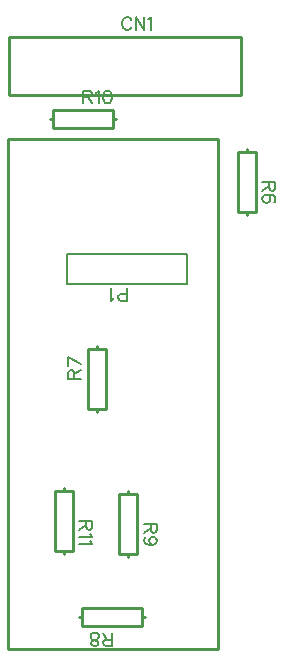
<source format=gto>
G04 Layer: TopSilkLayer*
G04 EasyEDA v6.4.25, 2022-02-05T13:35:09+01:00*
G04 1f559c24abfb2adb4286a3190d27404d,956263b731bf459f90372ec277b1d7cd,10*
G04 Gerber Generator version 0.2*
G04 Scale: 100 percent, Rotated: No, Reflected: No *
G04 Dimensions in millimeters *
G04 leading zeros omitted , absolute positions ,4 integer and 5 decimal *
%FSLAX45Y45*%
%MOMM*%

%ADD10C,0.2540*%
%ADD17C,0.2032*%
%ADD18C,0.2030*%
%ADD19C,0.1524*%

%LPD*%
D19*
X1601978Y-37592D02*
G01*
X1596644Y-27178D01*
X1586229Y-16763D01*
X1576070Y-11684D01*
X1555242Y-11684D01*
X1544828Y-16763D01*
X1534413Y-27178D01*
X1529079Y-37592D01*
X1524000Y-53339D01*
X1524000Y-79247D01*
X1529079Y-94742D01*
X1534413Y-105155D01*
X1544828Y-115570D01*
X1555242Y-120650D01*
X1576070Y-120650D01*
X1586229Y-115570D01*
X1596644Y-105155D01*
X1601978Y-94742D01*
X1636268Y-11684D02*
G01*
X1636268Y-120650D01*
X1636268Y-11684D02*
G01*
X1708912Y-120650D01*
X1708912Y-11684D02*
G01*
X1708912Y-120650D01*
X1743202Y-32512D02*
G01*
X1753615Y-27178D01*
X1769110Y-11684D01*
X1769110Y-120650D01*
X1562100Y-2413716D02*
G01*
X1562100Y-2304750D01*
X1562100Y-2413716D02*
G01*
X1515363Y-2413716D01*
X1499870Y-2408636D01*
X1494536Y-2403302D01*
X1489455Y-2392888D01*
X1489455Y-2377394D01*
X1494536Y-2366980D01*
X1499870Y-2361900D01*
X1515363Y-2356566D01*
X1562100Y-2356566D01*
X1455165Y-2392888D02*
G01*
X1444752Y-2398222D01*
X1429004Y-2413716D01*
X1429004Y-2304750D01*
X2820415Y-1409700D02*
G01*
X2711450Y-1409700D01*
X2820415Y-1409700D02*
G01*
X2820415Y-1456436D01*
X2815336Y-1471929D01*
X2810002Y-1477263D01*
X2799588Y-1482344D01*
X2789174Y-1482344D01*
X2778759Y-1477263D01*
X2773679Y-1471929D01*
X2768600Y-1456436D01*
X2768600Y-1409700D01*
X2768600Y-1446021D02*
G01*
X2711450Y-1482344D01*
X2804922Y-1579118D02*
G01*
X2815336Y-1573784D01*
X2820415Y-1558289D01*
X2820415Y-1547876D01*
X2815336Y-1532381D01*
X2799588Y-1521968D01*
X2773679Y-1516634D01*
X2747772Y-1516634D01*
X2726943Y-1521968D01*
X2716529Y-1532381D01*
X2711450Y-1547876D01*
X2711450Y-1553210D01*
X2716529Y-1568704D01*
X2726943Y-1579118D01*
X2742438Y-1584197D01*
X2747772Y-1584197D01*
X2763265Y-1579118D01*
X2773679Y-1568704D01*
X2778759Y-1553210D01*
X2778759Y-1547876D01*
X2773679Y-1532381D01*
X2763265Y-1521968D01*
X2747772Y-1516634D01*
X1065784Y-3073400D02*
G01*
X1174750Y-3073402D01*
X1065784Y-3073400D02*
G01*
X1065784Y-3026661D01*
X1070861Y-3011170D01*
X1076197Y-3005836D01*
X1086614Y-3000753D01*
X1097026Y-3000753D01*
X1107442Y-3005836D01*
X1112522Y-3011170D01*
X1117600Y-3026663D01*
X1117600Y-3073400D01*
X1117600Y-3037075D02*
G01*
X1174750Y-3000755D01*
X1065784Y-2893568D02*
G01*
X1174750Y-2945637D01*
X1065784Y-2966465D02*
G01*
X1065784Y-2893568D01*
X1435100Y-5335015D02*
G01*
X1435100Y-5226050D01*
X1435100Y-5335015D02*
G01*
X1388363Y-5335015D01*
X1372870Y-5329936D01*
X1367536Y-5324602D01*
X1362455Y-5314187D01*
X1362455Y-5303773D01*
X1367536Y-5293360D01*
X1372870Y-5288279D01*
X1388363Y-5283200D01*
X1435100Y-5283200D01*
X1398778Y-5283200D02*
G01*
X1362455Y-5226050D01*
X1302004Y-5335015D02*
G01*
X1317752Y-5329936D01*
X1322831Y-5319521D01*
X1322831Y-5309107D01*
X1317752Y-5298694D01*
X1307337Y-5293360D01*
X1286510Y-5288279D01*
X1271015Y-5283200D01*
X1260602Y-5272786D01*
X1255268Y-5262371D01*
X1255268Y-5246623D01*
X1260602Y-5236210D01*
X1265681Y-5231129D01*
X1281429Y-5226050D01*
X1302004Y-5226050D01*
X1317752Y-5231129D01*
X1322831Y-5236210D01*
X1328165Y-5246623D01*
X1328165Y-5262371D01*
X1322831Y-5272786D01*
X1312418Y-5283200D01*
X1296923Y-5288279D01*
X1276095Y-5293360D01*
X1265681Y-5298694D01*
X1260602Y-5309107D01*
X1260602Y-5319521D01*
X1265681Y-5329936D01*
X1281429Y-5335015D01*
X1302004Y-5335015D01*
X1817115Y-4305300D02*
G01*
X1708150Y-4305300D01*
X1817115Y-4305300D02*
G01*
X1817115Y-4352036D01*
X1812036Y-4367529D01*
X1806702Y-4372863D01*
X1796287Y-4377944D01*
X1785873Y-4377944D01*
X1775460Y-4372863D01*
X1770379Y-4367529D01*
X1765300Y-4352036D01*
X1765300Y-4305300D01*
X1765300Y-4341621D02*
G01*
X1708150Y-4377944D01*
X1780794Y-4479797D02*
G01*
X1765300Y-4474718D01*
X1754886Y-4464304D01*
X1749552Y-4448810D01*
X1749552Y-4443476D01*
X1754886Y-4427981D01*
X1765300Y-4417568D01*
X1780794Y-4412234D01*
X1785873Y-4412234D01*
X1801621Y-4417568D01*
X1812036Y-4427981D01*
X1817115Y-4443476D01*
X1817115Y-4448810D01*
X1812036Y-4464304D01*
X1801621Y-4474718D01*
X1780794Y-4479797D01*
X1754886Y-4479797D01*
X1728723Y-4474718D01*
X1713229Y-4464304D01*
X1708150Y-4448810D01*
X1708150Y-4438395D01*
X1713229Y-4422647D01*
X1723644Y-4417568D01*
X1193800Y-633984D02*
G01*
X1193800Y-742950D01*
X1193800Y-633984D02*
G01*
X1240536Y-633984D01*
X1256029Y-639063D01*
X1261363Y-644397D01*
X1266444Y-654812D01*
X1266444Y-665226D01*
X1261363Y-675639D01*
X1256029Y-680720D01*
X1240536Y-685800D01*
X1193800Y-685800D01*
X1230121Y-685800D02*
G01*
X1266444Y-742950D01*
X1300734Y-654812D02*
G01*
X1311147Y-649478D01*
X1326895Y-633984D01*
X1326895Y-742950D01*
X1392173Y-633984D02*
G01*
X1376679Y-639063D01*
X1366265Y-654812D01*
X1361186Y-680720D01*
X1361186Y-696213D01*
X1366265Y-722376D01*
X1376679Y-737870D01*
X1392173Y-742950D01*
X1402587Y-742950D01*
X1418336Y-737870D01*
X1428750Y-722376D01*
X1433829Y-696213D01*
X1433829Y-680720D01*
X1428750Y-654812D01*
X1418336Y-639063D01*
X1402587Y-633984D01*
X1392173Y-633984D01*
X1271015Y-4279900D02*
G01*
X1162050Y-4279900D01*
X1271015Y-4279900D02*
G01*
X1271015Y-4326636D01*
X1265936Y-4342129D01*
X1260602Y-4347463D01*
X1250187Y-4352544D01*
X1239773Y-4352544D01*
X1229360Y-4347463D01*
X1224279Y-4342129D01*
X1219200Y-4326636D01*
X1219200Y-4279900D01*
X1219200Y-4316221D02*
G01*
X1162050Y-4352544D01*
X1250187Y-4386834D02*
G01*
X1255521Y-4397247D01*
X1271015Y-4412995D01*
X1162050Y-4412995D01*
X1250187Y-4447286D02*
G01*
X1255521Y-4457700D01*
X1271015Y-4473194D01*
X1162050Y-4473194D01*
D10*
X562990Y-181813D02*
G01*
X2532405Y-181813D01*
X2532405Y-671804D01*
X562990Y-671804D01*
X562990Y-181813D01*
D17*
X1054100Y-2273000D02*
G01*
X1054100Y-2019000D01*
X2070100Y-2019000D01*
X2070100Y-2273000D01*
X1879600Y-2273000D01*
D18*
X1054100Y-2273000D02*
G01*
X1879600Y-2273000D01*
D10*
X2578100Y-1155700D02*
G01*
X2578100Y-1130300D01*
X2578100Y-1663700D02*
G01*
X2578100Y-1689100D01*
X2578100Y-1155700D02*
G01*
X2654300Y-1155700D01*
X2501900Y-1155700D02*
G01*
X2578100Y-1155700D01*
X2501900Y-1663700D02*
G01*
X2501900Y-1155700D01*
X2578100Y-1663700D02*
G01*
X2501900Y-1663700D01*
X2654300Y-1663700D02*
G01*
X2578100Y-1663700D01*
X2654300Y-1155700D02*
G01*
X2654300Y-1663700D01*
X1308100Y-3327400D02*
G01*
X1308100Y-3352800D01*
X1308100Y-2819400D02*
G01*
X1308100Y-2794000D01*
X1308100Y-3327400D02*
G01*
X1231897Y-3327400D01*
X1384300Y-3327400D02*
G01*
X1308100Y-3327400D01*
X1384302Y-2819400D02*
G01*
X1384300Y-3327400D01*
X1308100Y-2819400D02*
G01*
X1384302Y-2819400D01*
X1231900Y-2819400D02*
G01*
X1308100Y-2819400D01*
X1231897Y-3327400D02*
G01*
X1231900Y-2819400D01*
X1689100Y-5092700D02*
G01*
X1714500Y-5092700D01*
X1181100Y-5092700D02*
G01*
X1155700Y-5092700D01*
X1689100Y-5092700D02*
G01*
X1689100Y-5168900D01*
X1689100Y-5016500D02*
G01*
X1689100Y-5092700D01*
X1181100Y-5016500D02*
G01*
X1689100Y-5016500D01*
X1181100Y-5092700D02*
G01*
X1181100Y-5016500D01*
X1181100Y-5168900D02*
G01*
X1181100Y-5092700D01*
X1689100Y-5168900D02*
G01*
X1181100Y-5168900D01*
X1574800Y-4051300D02*
G01*
X1574800Y-4025900D01*
X1574800Y-4559300D02*
G01*
X1574800Y-4584700D01*
X1574800Y-4051300D02*
G01*
X1651000Y-4051300D01*
X1498600Y-4051300D02*
G01*
X1574800Y-4051300D01*
X1498600Y-4559300D02*
G01*
X1498600Y-4051300D01*
X1574800Y-4559300D02*
G01*
X1498600Y-4559300D01*
X1651000Y-4559300D02*
G01*
X1574800Y-4559300D01*
X1651000Y-4051300D02*
G01*
X1651000Y-4559300D01*
X939800Y-876300D02*
G01*
X914400Y-876300D01*
X1447800Y-876300D02*
G01*
X1473200Y-876300D01*
X939800Y-876300D02*
G01*
X939800Y-800100D01*
X939800Y-952500D02*
G01*
X939800Y-876300D01*
X1447800Y-952500D02*
G01*
X939800Y-952500D01*
X1447800Y-876300D02*
G01*
X1447800Y-952500D01*
X1447800Y-800100D02*
G01*
X1447800Y-876300D01*
X939800Y-800100D02*
G01*
X1447800Y-800100D01*
X1028700Y-4025900D02*
G01*
X1028700Y-4000500D01*
X1028700Y-4533900D02*
G01*
X1028700Y-4559300D01*
X1028700Y-4025900D02*
G01*
X1104900Y-4025900D01*
X952500Y-4025900D02*
G01*
X1028700Y-4025900D01*
X952500Y-4533900D02*
G01*
X952500Y-4025900D01*
X1028700Y-4533900D02*
G01*
X952500Y-4533900D01*
X1104900Y-4533900D02*
G01*
X1028700Y-4533900D01*
X1104900Y-4025900D02*
G01*
X1104900Y-4533900D01*
X2336800Y-5359400D02*
G01*
X2336800Y-1041400D01*
X558800Y-1041400D02*
G01*
X558800Y-5359400D01*
X2336800Y-1041400D02*
G01*
X558800Y-1041400D01*
X558800Y-5359400D02*
G01*
X2336800Y-5359400D01*
M02*

</source>
